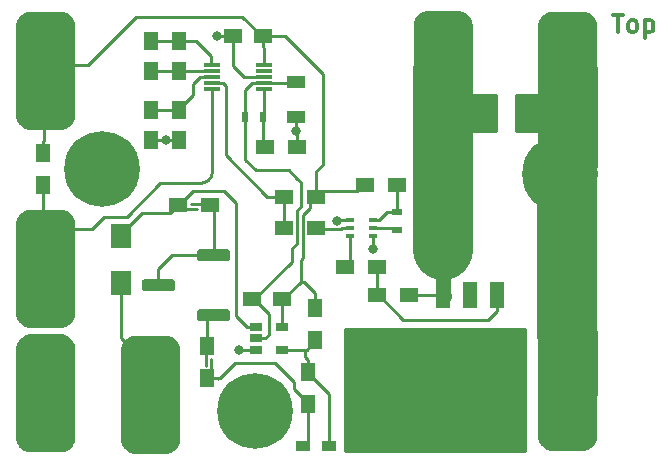
<source format=gtl>
G04 #@! TF.GenerationSoftware,KiCad,Pcbnew,(5.1.4)-1*
G04 #@! TF.CreationDate,2019-11-14T19:44:45-06:00*
G04 #@! TF.ProjectId,Cree_GaN_Driver,43726565-5f47-4614-9e5f-447269766572,rev?*
G04 #@! TF.SameCoordinates,Original*
G04 #@! TF.FileFunction,Copper,L1,Top*
G04 #@! TF.FilePolarity,Positive*
%FSLAX46Y46*%
G04 Gerber Fmt 4.6, Leading zero omitted, Abs format (unit mm)*
G04 Created by KiCad (PCBNEW (5.1.4)-1) date 2019-11-14 19:44:45*
%MOMM*%
%LPD*%
G04 APERTURE LIST*
%ADD10C,0.300000*%
%ADD11R,1.300000X1.500000*%
%ADD12C,6.400000*%
%ADD13C,0.020000*%
%ADD14C,5.000000*%
%ADD15R,1.250000X1.500000*%
%ADD16R,1.500000X1.250000*%
%ADD17R,1.600000X1.000000*%
%ADD18R,0.650000X0.400000*%
%ADD19R,2.750000X3.050000*%
%ADD20R,5.800000X6.400000*%
%ADD21R,1.200000X2.200000*%
%ADD22R,0.500000X0.900000*%
%ADD23R,1.500000X1.300000*%
%ADD24R,0.900000X0.500000*%
%ADD25R,1.700000X2.000000*%
%ADD26C,1.020000*%
%ADD27R,1.200000X0.900000*%
%ADD28R,1.400000X0.300000*%
%ADD29R,1.060000X0.650000*%
%ADD30R,0.900000X2.500000*%
%ADD31C,0.800000*%
%ADD32C,0.250000*%
%ADD33C,5.080000*%
%ADD34C,1.270000*%
%ADD35C,0.254000*%
G04 APERTURE END LIST*
D10*
X158389213Y-142942571D02*
X159246356Y-142942571D01*
X158817785Y-144442571D02*
X158817785Y-142942571D01*
X159960642Y-144442571D02*
X159817785Y-144371142D01*
X159746356Y-144299714D01*
X159674928Y-144156857D01*
X159674928Y-143728285D01*
X159746356Y-143585428D01*
X159817785Y-143514000D01*
X159960642Y-143442571D01*
X160174928Y-143442571D01*
X160317785Y-143514000D01*
X160389213Y-143585428D01*
X160460642Y-143728285D01*
X160460642Y-144156857D01*
X160389213Y-144299714D01*
X160317785Y-144371142D01*
X160174928Y-144442571D01*
X159960642Y-144442571D01*
X161103499Y-143442571D02*
X161103499Y-144942571D01*
X161103499Y-143514000D02*
X161246356Y-143442571D01*
X161532070Y-143442571D01*
X161674928Y-143514000D01*
X161746356Y-143585428D01*
X161817785Y-143728285D01*
X161817785Y-144156857D01*
X161746356Y-144299714D01*
X161674928Y-144371142D01*
X161532070Y-144442571D01*
X161246356Y-144442571D01*
X161103499Y-144371142D01*
D11*
X110159800Y-157386000D03*
X110159800Y-154686000D03*
D12*
X115138200Y-156006800D03*
X128117600Y-176479200D03*
X153949400Y-156438600D03*
D13*
G36*
X111735521Y-142707019D02*
G01*
X111856863Y-142725018D01*
X111975856Y-142754825D01*
X112091354Y-142796151D01*
X112202246Y-142848598D01*
X112307463Y-142911663D01*
X112405992Y-142984737D01*
X112496883Y-143067117D01*
X112579263Y-143158008D01*
X112652337Y-143256537D01*
X112715402Y-143361754D01*
X112767849Y-143472646D01*
X112809175Y-143588144D01*
X112838982Y-143707137D01*
X112856981Y-143828479D01*
X112863000Y-143951000D01*
X112863000Y-151451000D01*
X112856981Y-151573521D01*
X112838982Y-151694863D01*
X112809175Y-151813856D01*
X112767849Y-151929354D01*
X112715402Y-152040246D01*
X112652337Y-152145463D01*
X112579263Y-152243992D01*
X112496883Y-152334883D01*
X112405992Y-152417263D01*
X112307463Y-152490337D01*
X112202246Y-152553402D01*
X112091354Y-152605849D01*
X111975856Y-152647175D01*
X111856863Y-152676982D01*
X111735521Y-152694981D01*
X111613000Y-152701000D01*
X109113000Y-152701000D01*
X108990479Y-152694981D01*
X108869137Y-152676982D01*
X108750144Y-152647175D01*
X108634646Y-152605849D01*
X108523754Y-152553402D01*
X108418537Y-152490337D01*
X108320008Y-152417263D01*
X108229117Y-152334883D01*
X108146737Y-152243992D01*
X108073663Y-152145463D01*
X108010598Y-152040246D01*
X107958151Y-151929354D01*
X107916825Y-151813856D01*
X107887018Y-151694863D01*
X107869019Y-151573521D01*
X107863000Y-151451000D01*
X107863000Y-143951000D01*
X107869019Y-143828479D01*
X107887018Y-143707137D01*
X107916825Y-143588144D01*
X107958151Y-143472646D01*
X108010598Y-143361754D01*
X108073663Y-143256537D01*
X108146737Y-143158008D01*
X108229117Y-143067117D01*
X108320008Y-142984737D01*
X108418537Y-142911663D01*
X108523754Y-142848598D01*
X108634646Y-142796151D01*
X108750144Y-142754825D01*
X108869137Y-142725018D01*
X108990479Y-142707019D01*
X109113000Y-142701000D01*
X111613000Y-142701000D01*
X111735521Y-142707019D01*
X111735521Y-142707019D01*
G37*
D14*
X110363000Y-147701000D03*
D13*
G36*
X111735521Y-159471019D02*
G01*
X111856863Y-159489018D01*
X111975856Y-159518825D01*
X112091354Y-159560151D01*
X112202246Y-159612598D01*
X112307463Y-159675663D01*
X112405992Y-159748737D01*
X112496883Y-159831117D01*
X112579263Y-159922008D01*
X112652337Y-160020537D01*
X112715402Y-160125754D01*
X112767849Y-160236646D01*
X112809175Y-160352144D01*
X112838982Y-160471137D01*
X112856981Y-160592479D01*
X112863000Y-160715000D01*
X112863000Y-168215000D01*
X112856981Y-168337521D01*
X112838982Y-168458863D01*
X112809175Y-168577856D01*
X112767849Y-168693354D01*
X112715402Y-168804246D01*
X112652337Y-168909463D01*
X112579263Y-169007992D01*
X112496883Y-169098883D01*
X112405992Y-169181263D01*
X112307463Y-169254337D01*
X112202246Y-169317402D01*
X112091354Y-169369849D01*
X111975856Y-169411175D01*
X111856863Y-169440982D01*
X111735521Y-169458981D01*
X111613000Y-169465000D01*
X109113000Y-169465000D01*
X108990479Y-169458981D01*
X108869137Y-169440982D01*
X108750144Y-169411175D01*
X108634646Y-169369849D01*
X108523754Y-169317402D01*
X108418537Y-169254337D01*
X108320008Y-169181263D01*
X108229117Y-169098883D01*
X108146737Y-169007992D01*
X108073663Y-168909463D01*
X108010598Y-168804246D01*
X107958151Y-168693354D01*
X107916825Y-168577856D01*
X107887018Y-168458863D01*
X107869019Y-168337521D01*
X107863000Y-168215000D01*
X107863000Y-160715000D01*
X107869019Y-160592479D01*
X107887018Y-160471137D01*
X107916825Y-160352144D01*
X107958151Y-160236646D01*
X108010598Y-160125754D01*
X108073663Y-160020537D01*
X108146737Y-159922008D01*
X108229117Y-159831117D01*
X108320008Y-159748737D01*
X108418537Y-159675663D01*
X108523754Y-159612598D01*
X108634646Y-159560151D01*
X108750144Y-159518825D01*
X108869137Y-159489018D01*
X108990479Y-159471019D01*
X109113000Y-159465000D01*
X111613000Y-159465000D01*
X111735521Y-159471019D01*
X111735521Y-159471019D01*
G37*
D14*
X110363000Y-164465000D03*
D13*
G36*
X120625521Y-170139019D02*
G01*
X120746863Y-170157018D01*
X120865856Y-170186825D01*
X120981354Y-170228151D01*
X121092246Y-170280598D01*
X121197463Y-170343663D01*
X121295992Y-170416737D01*
X121386883Y-170499117D01*
X121469263Y-170590008D01*
X121542337Y-170688537D01*
X121605402Y-170793754D01*
X121657849Y-170904646D01*
X121699175Y-171020144D01*
X121728982Y-171139137D01*
X121746981Y-171260479D01*
X121753000Y-171383000D01*
X121753000Y-178883000D01*
X121746981Y-179005521D01*
X121728982Y-179126863D01*
X121699175Y-179245856D01*
X121657849Y-179361354D01*
X121605402Y-179472246D01*
X121542337Y-179577463D01*
X121469263Y-179675992D01*
X121386883Y-179766883D01*
X121295992Y-179849263D01*
X121197463Y-179922337D01*
X121092246Y-179985402D01*
X120981354Y-180037849D01*
X120865856Y-180079175D01*
X120746863Y-180108982D01*
X120625521Y-180126981D01*
X120503000Y-180133000D01*
X118003000Y-180133000D01*
X117880479Y-180126981D01*
X117759137Y-180108982D01*
X117640144Y-180079175D01*
X117524646Y-180037849D01*
X117413754Y-179985402D01*
X117308537Y-179922337D01*
X117210008Y-179849263D01*
X117119117Y-179766883D01*
X117036737Y-179675992D01*
X116963663Y-179577463D01*
X116900598Y-179472246D01*
X116848151Y-179361354D01*
X116806825Y-179245856D01*
X116777018Y-179126863D01*
X116759019Y-179005521D01*
X116753000Y-178883000D01*
X116753000Y-171383000D01*
X116759019Y-171260479D01*
X116777018Y-171139137D01*
X116806825Y-171020144D01*
X116848151Y-170904646D01*
X116900598Y-170793754D01*
X116963663Y-170688537D01*
X117036737Y-170590008D01*
X117119117Y-170499117D01*
X117210008Y-170416737D01*
X117308537Y-170343663D01*
X117413754Y-170280598D01*
X117524646Y-170228151D01*
X117640144Y-170186825D01*
X117759137Y-170157018D01*
X117880479Y-170139019D01*
X118003000Y-170133000D01*
X120503000Y-170133000D01*
X120625521Y-170139019D01*
X120625521Y-170139019D01*
G37*
D14*
X119253000Y-175133000D03*
D13*
G36*
X111735521Y-170012019D02*
G01*
X111856863Y-170030018D01*
X111975856Y-170059825D01*
X112091354Y-170101151D01*
X112202246Y-170153598D01*
X112307463Y-170216663D01*
X112405992Y-170289737D01*
X112496883Y-170372117D01*
X112579263Y-170463008D01*
X112652337Y-170561537D01*
X112715402Y-170666754D01*
X112767849Y-170777646D01*
X112809175Y-170893144D01*
X112838982Y-171012137D01*
X112856981Y-171133479D01*
X112863000Y-171256000D01*
X112863000Y-178756000D01*
X112856981Y-178878521D01*
X112838982Y-178999863D01*
X112809175Y-179118856D01*
X112767849Y-179234354D01*
X112715402Y-179345246D01*
X112652337Y-179450463D01*
X112579263Y-179548992D01*
X112496883Y-179639883D01*
X112405992Y-179722263D01*
X112307463Y-179795337D01*
X112202246Y-179858402D01*
X112091354Y-179910849D01*
X111975856Y-179952175D01*
X111856863Y-179981982D01*
X111735521Y-179999981D01*
X111613000Y-180006000D01*
X109113000Y-180006000D01*
X108990479Y-179999981D01*
X108869137Y-179981982D01*
X108750144Y-179952175D01*
X108634646Y-179910849D01*
X108523754Y-179858402D01*
X108418537Y-179795337D01*
X108320008Y-179722263D01*
X108229117Y-179639883D01*
X108146737Y-179548992D01*
X108073663Y-179450463D01*
X108010598Y-179345246D01*
X107958151Y-179234354D01*
X107916825Y-179118856D01*
X107887018Y-178999863D01*
X107869019Y-178878521D01*
X107863000Y-178756000D01*
X107863000Y-171256000D01*
X107869019Y-171133479D01*
X107887018Y-171012137D01*
X107916825Y-170893144D01*
X107958151Y-170777646D01*
X108010598Y-170666754D01*
X108073663Y-170561537D01*
X108146737Y-170463008D01*
X108229117Y-170372117D01*
X108320008Y-170289737D01*
X108418537Y-170216663D01*
X108523754Y-170153598D01*
X108634646Y-170101151D01*
X108750144Y-170059825D01*
X108869137Y-170030018D01*
X108990479Y-170012019D01*
X109113000Y-170006000D01*
X111613000Y-170006000D01*
X111735521Y-170012019D01*
X111735521Y-170012019D01*
G37*
D14*
X110363000Y-175006000D03*
D13*
G36*
X145390521Y-142643519D02*
G01*
X145511863Y-142661518D01*
X145630856Y-142691325D01*
X145746354Y-142732651D01*
X145857246Y-142785098D01*
X145962463Y-142848163D01*
X146060992Y-142921237D01*
X146151883Y-143003617D01*
X146234263Y-143094508D01*
X146307337Y-143193037D01*
X146370402Y-143298254D01*
X146422849Y-143409146D01*
X146464175Y-143524644D01*
X146493982Y-143643637D01*
X146511981Y-143764979D01*
X146518000Y-143887500D01*
X146518000Y-151387500D01*
X146511981Y-151510021D01*
X146493982Y-151631363D01*
X146464175Y-151750356D01*
X146422849Y-151865854D01*
X146370402Y-151976746D01*
X146307337Y-152081963D01*
X146234263Y-152180492D01*
X146151883Y-152271383D01*
X146060992Y-152353763D01*
X145962463Y-152426837D01*
X145857246Y-152489902D01*
X145746354Y-152542349D01*
X145630856Y-152583675D01*
X145511863Y-152613482D01*
X145390521Y-152631481D01*
X145268000Y-152637500D01*
X142768000Y-152637500D01*
X142645479Y-152631481D01*
X142524137Y-152613482D01*
X142405144Y-152583675D01*
X142289646Y-152542349D01*
X142178754Y-152489902D01*
X142073537Y-152426837D01*
X141975008Y-152353763D01*
X141884117Y-152271383D01*
X141801737Y-152180492D01*
X141728663Y-152081963D01*
X141665598Y-151976746D01*
X141613151Y-151865854D01*
X141571825Y-151750356D01*
X141542018Y-151631363D01*
X141524019Y-151510021D01*
X141518000Y-151387500D01*
X141518000Y-143887500D01*
X141524019Y-143764979D01*
X141542018Y-143643637D01*
X141571825Y-143524644D01*
X141613151Y-143409146D01*
X141665598Y-143298254D01*
X141728663Y-143193037D01*
X141801737Y-143094508D01*
X141884117Y-143003617D01*
X141975008Y-142921237D01*
X142073537Y-142848163D01*
X142178754Y-142785098D01*
X142289646Y-142732651D01*
X142405144Y-142691325D01*
X142524137Y-142661518D01*
X142645479Y-142643519D01*
X142768000Y-142637500D01*
X145268000Y-142637500D01*
X145390521Y-142643519D01*
X145390521Y-142643519D01*
G37*
D14*
X144018000Y-147637500D03*
D13*
G36*
X141072521Y-169948519D02*
G01*
X141193863Y-169966518D01*
X141312856Y-169996325D01*
X141428354Y-170037651D01*
X141539246Y-170090098D01*
X141644463Y-170153163D01*
X141742992Y-170226237D01*
X141833883Y-170308617D01*
X141916263Y-170399508D01*
X141989337Y-170498037D01*
X142052402Y-170603254D01*
X142104849Y-170714146D01*
X142146175Y-170829644D01*
X142175982Y-170948637D01*
X142193981Y-171069979D01*
X142200000Y-171192500D01*
X142200000Y-178692500D01*
X142193981Y-178815021D01*
X142175982Y-178936363D01*
X142146175Y-179055356D01*
X142104849Y-179170854D01*
X142052402Y-179281746D01*
X141989337Y-179386963D01*
X141916263Y-179485492D01*
X141833883Y-179576383D01*
X141742992Y-179658763D01*
X141644463Y-179731837D01*
X141539246Y-179794902D01*
X141428354Y-179847349D01*
X141312856Y-179888675D01*
X141193863Y-179918482D01*
X141072521Y-179936481D01*
X140950000Y-179942500D01*
X138450000Y-179942500D01*
X138327479Y-179936481D01*
X138206137Y-179918482D01*
X138087144Y-179888675D01*
X137971646Y-179847349D01*
X137860754Y-179794902D01*
X137755537Y-179731837D01*
X137657008Y-179658763D01*
X137566117Y-179576383D01*
X137483737Y-179485492D01*
X137410663Y-179386963D01*
X137347598Y-179281746D01*
X137295151Y-179170854D01*
X137253825Y-179055356D01*
X137224018Y-178936363D01*
X137206019Y-178815021D01*
X137200000Y-178692500D01*
X137200000Y-171192500D01*
X137206019Y-171069979D01*
X137224018Y-170948637D01*
X137253825Y-170829644D01*
X137295151Y-170714146D01*
X137347598Y-170603254D01*
X137410663Y-170498037D01*
X137483737Y-170399508D01*
X137566117Y-170308617D01*
X137657008Y-170226237D01*
X137755537Y-170153163D01*
X137860754Y-170090098D01*
X137971646Y-170037651D01*
X138087144Y-169996325D01*
X138206137Y-169966518D01*
X138327479Y-169948519D01*
X138450000Y-169942500D01*
X140950000Y-169942500D01*
X141072521Y-169948519D01*
X141072521Y-169948519D01*
G37*
D14*
X139700000Y-174942500D03*
D13*
G36*
X155931521Y-142707019D02*
G01*
X156052863Y-142725018D01*
X156171856Y-142754825D01*
X156287354Y-142796151D01*
X156398246Y-142848598D01*
X156503463Y-142911663D01*
X156601992Y-142984737D01*
X156692883Y-143067117D01*
X156775263Y-143158008D01*
X156848337Y-143256537D01*
X156911402Y-143361754D01*
X156963849Y-143472646D01*
X157005175Y-143588144D01*
X157034982Y-143707137D01*
X157052981Y-143828479D01*
X157059000Y-143951000D01*
X157059000Y-151451000D01*
X157052981Y-151573521D01*
X157034982Y-151694863D01*
X157005175Y-151813856D01*
X156963849Y-151929354D01*
X156911402Y-152040246D01*
X156848337Y-152145463D01*
X156775263Y-152243992D01*
X156692883Y-152334883D01*
X156601992Y-152417263D01*
X156503463Y-152490337D01*
X156398246Y-152553402D01*
X156287354Y-152605849D01*
X156171856Y-152647175D01*
X156052863Y-152676982D01*
X155931521Y-152694981D01*
X155809000Y-152701000D01*
X153309000Y-152701000D01*
X153186479Y-152694981D01*
X153065137Y-152676982D01*
X152946144Y-152647175D01*
X152830646Y-152605849D01*
X152719754Y-152553402D01*
X152614537Y-152490337D01*
X152516008Y-152417263D01*
X152425117Y-152334883D01*
X152342737Y-152243992D01*
X152269663Y-152145463D01*
X152206598Y-152040246D01*
X152154151Y-151929354D01*
X152112825Y-151813856D01*
X152083018Y-151694863D01*
X152065019Y-151573521D01*
X152059000Y-151451000D01*
X152059000Y-143951000D01*
X152065019Y-143828479D01*
X152083018Y-143707137D01*
X152112825Y-143588144D01*
X152154151Y-143472646D01*
X152206598Y-143361754D01*
X152269663Y-143256537D01*
X152342737Y-143158008D01*
X152425117Y-143067117D01*
X152516008Y-142984737D01*
X152614537Y-142911663D01*
X152719754Y-142848598D01*
X152830646Y-142796151D01*
X152946144Y-142754825D01*
X153065137Y-142725018D01*
X153186479Y-142707019D01*
X153309000Y-142701000D01*
X155809000Y-142701000D01*
X155931521Y-142707019D01*
X155931521Y-142707019D01*
G37*
D14*
X154559000Y-147701000D03*
D13*
G36*
X155931521Y-169885019D02*
G01*
X156052863Y-169903018D01*
X156171856Y-169932825D01*
X156287354Y-169974151D01*
X156398246Y-170026598D01*
X156503463Y-170089663D01*
X156601992Y-170162737D01*
X156692883Y-170245117D01*
X156775263Y-170336008D01*
X156848337Y-170434537D01*
X156911402Y-170539754D01*
X156963849Y-170650646D01*
X157005175Y-170766144D01*
X157034982Y-170885137D01*
X157052981Y-171006479D01*
X157059000Y-171129000D01*
X157059000Y-178629000D01*
X157052981Y-178751521D01*
X157034982Y-178872863D01*
X157005175Y-178991856D01*
X156963849Y-179107354D01*
X156911402Y-179218246D01*
X156848337Y-179323463D01*
X156775263Y-179421992D01*
X156692883Y-179512883D01*
X156601992Y-179595263D01*
X156503463Y-179668337D01*
X156398246Y-179731402D01*
X156287354Y-179783849D01*
X156171856Y-179825175D01*
X156052863Y-179854982D01*
X155931521Y-179872981D01*
X155809000Y-179879000D01*
X153309000Y-179879000D01*
X153186479Y-179872981D01*
X153065137Y-179854982D01*
X152946144Y-179825175D01*
X152830646Y-179783849D01*
X152719754Y-179731402D01*
X152614537Y-179668337D01*
X152516008Y-179595263D01*
X152425117Y-179512883D01*
X152342737Y-179421992D01*
X152269663Y-179323463D01*
X152206598Y-179218246D01*
X152154151Y-179107354D01*
X152112825Y-178991856D01*
X152083018Y-178872863D01*
X152065019Y-178751521D01*
X152059000Y-178629000D01*
X152059000Y-171129000D01*
X152065019Y-171006479D01*
X152083018Y-170885137D01*
X152112825Y-170766144D01*
X152154151Y-170650646D01*
X152206598Y-170539754D01*
X152269663Y-170434537D01*
X152342737Y-170336008D01*
X152425117Y-170245117D01*
X152516008Y-170162737D01*
X152614537Y-170089663D01*
X152719754Y-170026598D01*
X152830646Y-169974151D01*
X152946144Y-169932825D01*
X153065137Y-169903018D01*
X153186479Y-169885019D01*
X153309000Y-169879000D01*
X155809000Y-169879000D01*
X155931521Y-169885019D01*
X155931521Y-169885019D01*
G37*
D14*
X154559000Y-174879000D03*
D15*
X121666000Y-153523000D03*
X121666000Y-151023000D03*
X121666000Y-145201000D03*
X121666000Y-147701000D03*
X119253000Y-151023000D03*
X119253000Y-153523000D03*
X119253000Y-147701000D03*
X119253000Y-145201000D03*
D16*
X128758000Y-144780000D03*
X126258000Y-144780000D03*
D17*
X131572000Y-151638000D03*
X131572000Y-148638000D03*
D16*
X127865500Y-167068500D03*
X130365500Y-167068500D03*
D18*
X138049000Y-160371000D03*
X138049000Y-161671000D03*
X136149000Y-161021000D03*
X138049000Y-161021000D03*
X136149000Y-161671000D03*
X136149000Y-160371000D03*
D19*
X144780000Y-171323000D03*
X147830000Y-174673000D03*
X147830000Y-171323000D03*
X144780000Y-174673000D03*
D20*
X146305000Y-172998000D03*
D21*
X144025000Y-166698000D03*
X146305000Y-166698000D03*
X148585000Y-166698000D03*
D22*
X127254000Y-151638000D03*
X128754000Y-151638000D03*
D23*
X131605000Y-154178000D03*
X128905000Y-154178000D03*
X130556000Y-158369000D03*
X133256000Y-158369000D03*
X133256000Y-161036000D03*
X130556000Y-161036000D03*
X140114000Y-157353000D03*
X137414000Y-157353000D03*
D24*
X140081000Y-159663000D03*
X140081000Y-161163000D03*
D11*
X133159500Y-170514000D03*
X133159500Y-167814000D03*
X132588000Y-173228000D03*
X132588000Y-175928000D03*
D23*
X135730000Y-164338000D03*
X138430000Y-164338000D03*
X141130000Y-166687500D03*
X138430000Y-166687500D03*
D25*
X116738400Y-161671000D03*
X116738400Y-165671000D03*
D13*
G36*
X125756994Y-167893228D02*
G01*
X125781748Y-167896900D01*
X125806023Y-167902980D01*
X125829584Y-167911411D01*
X125852206Y-167922110D01*
X125873670Y-167934975D01*
X125893770Y-167949882D01*
X125912312Y-167966688D01*
X125929118Y-167985230D01*
X125944025Y-168005330D01*
X125956890Y-168026794D01*
X125967589Y-168049416D01*
X125976020Y-168072977D01*
X125982100Y-168097252D01*
X125985772Y-168122006D01*
X125987000Y-168147000D01*
X125987000Y-168657000D01*
X125985772Y-168681994D01*
X125982100Y-168706748D01*
X125976020Y-168731023D01*
X125967589Y-168754584D01*
X125956890Y-168777206D01*
X125944025Y-168798670D01*
X125929118Y-168818770D01*
X125912312Y-168837312D01*
X125893770Y-168854118D01*
X125873670Y-168869025D01*
X125852206Y-168881890D01*
X125829584Y-168892589D01*
X125806023Y-168901020D01*
X125781748Y-168907100D01*
X125756994Y-168910772D01*
X125732000Y-168912000D01*
X123442000Y-168912000D01*
X123417006Y-168910772D01*
X123392252Y-168907100D01*
X123367977Y-168901020D01*
X123344416Y-168892589D01*
X123321794Y-168881890D01*
X123300330Y-168869025D01*
X123280230Y-168854118D01*
X123261688Y-168837312D01*
X123244882Y-168818770D01*
X123229975Y-168798670D01*
X123217110Y-168777206D01*
X123206411Y-168754584D01*
X123197980Y-168731023D01*
X123191900Y-168706748D01*
X123188228Y-168681994D01*
X123187000Y-168657000D01*
X123187000Y-168147000D01*
X123188228Y-168122006D01*
X123191900Y-168097252D01*
X123197980Y-168072977D01*
X123206411Y-168049416D01*
X123217110Y-168026794D01*
X123229975Y-168005330D01*
X123244882Y-167985230D01*
X123261688Y-167966688D01*
X123280230Y-167949882D01*
X123300330Y-167934975D01*
X123321794Y-167922110D01*
X123344416Y-167911411D01*
X123367977Y-167902980D01*
X123392252Y-167896900D01*
X123417006Y-167893228D01*
X123442000Y-167892000D01*
X125732000Y-167892000D01*
X125756994Y-167893228D01*
X125756994Y-167893228D01*
G37*
D26*
X124587000Y-168402000D03*
D13*
G36*
X125756994Y-162813228D02*
G01*
X125781748Y-162816900D01*
X125806023Y-162822980D01*
X125829584Y-162831411D01*
X125852206Y-162842110D01*
X125873670Y-162854975D01*
X125893770Y-162869882D01*
X125912312Y-162886688D01*
X125929118Y-162905230D01*
X125944025Y-162925330D01*
X125956890Y-162946794D01*
X125967589Y-162969416D01*
X125976020Y-162992977D01*
X125982100Y-163017252D01*
X125985772Y-163042006D01*
X125987000Y-163067000D01*
X125987000Y-163577000D01*
X125985772Y-163601994D01*
X125982100Y-163626748D01*
X125976020Y-163651023D01*
X125967589Y-163674584D01*
X125956890Y-163697206D01*
X125944025Y-163718670D01*
X125929118Y-163738770D01*
X125912312Y-163757312D01*
X125893770Y-163774118D01*
X125873670Y-163789025D01*
X125852206Y-163801890D01*
X125829584Y-163812589D01*
X125806023Y-163821020D01*
X125781748Y-163827100D01*
X125756994Y-163830772D01*
X125732000Y-163832000D01*
X123442000Y-163832000D01*
X123417006Y-163830772D01*
X123392252Y-163827100D01*
X123367977Y-163821020D01*
X123344416Y-163812589D01*
X123321794Y-163801890D01*
X123300330Y-163789025D01*
X123280230Y-163774118D01*
X123261688Y-163757312D01*
X123244882Y-163738770D01*
X123229975Y-163718670D01*
X123217110Y-163697206D01*
X123206411Y-163674584D01*
X123197980Y-163651023D01*
X123191900Y-163626748D01*
X123188228Y-163601994D01*
X123187000Y-163577000D01*
X123187000Y-163067000D01*
X123188228Y-163042006D01*
X123191900Y-163017252D01*
X123197980Y-162992977D01*
X123206411Y-162969416D01*
X123217110Y-162946794D01*
X123229975Y-162925330D01*
X123244882Y-162905230D01*
X123261688Y-162886688D01*
X123280230Y-162869882D01*
X123300330Y-162854975D01*
X123321794Y-162842110D01*
X123344416Y-162831411D01*
X123367977Y-162822980D01*
X123392252Y-162816900D01*
X123417006Y-162813228D01*
X123442000Y-162812000D01*
X125732000Y-162812000D01*
X125756994Y-162813228D01*
X125756994Y-162813228D01*
G37*
D26*
X124587000Y-163322000D03*
D13*
G36*
X121066994Y-165353228D02*
G01*
X121091748Y-165356900D01*
X121116023Y-165362980D01*
X121139584Y-165371411D01*
X121162206Y-165382110D01*
X121183670Y-165394975D01*
X121203770Y-165409882D01*
X121222312Y-165426688D01*
X121239118Y-165445230D01*
X121254025Y-165465330D01*
X121266890Y-165486794D01*
X121277589Y-165509416D01*
X121286020Y-165532977D01*
X121292100Y-165557252D01*
X121295772Y-165582006D01*
X121297000Y-165607000D01*
X121297000Y-166117000D01*
X121295772Y-166141994D01*
X121292100Y-166166748D01*
X121286020Y-166191023D01*
X121277589Y-166214584D01*
X121266890Y-166237206D01*
X121254025Y-166258670D01*
X121239118Y-166278770D01*
X121222312Y-166297312D01*
X121203770Y-166314118D01*
X121183670Y-166329025D01*
X121162206Y-166341890D01*
X121139584Y-166352589D01*
X121116023Y-166361020D01*
X121091748Y-166367100D01*
X121066994Y-166370772D01*
X121042000Y-166372000D01*
X118752000Y-166372000D01*
X118727006Y-166370772D01*
X118702252Y-166367100D01*
X118677977Y-166361020D01*
X118654416Y-166352589D01*
X118631794Y-166341890D01*
X118610330Y-166329025D01*
X118590230Y-166314118D01*
X118571688Y-166297312D01*
X118554882Y-166278770D01*
X118539975Y-166258670D01*
X118527110Y-166237206D01*
X118516411Y-166214584D01*
X118507980Y-166191023D01*
X118501900Y-166166748D01*
X118498228Y-166141994D01*
X118497000Y-166117000D01*
X118497000Y-165607000D01*
X118498228Y-165582006D01*
X118501900Y-165557252D01*
X118507980Y-165532977D01*
X118516411Y-165509416D01*
X118527110Y-165486794D01*
X118539975Y-165465330D01*
X118554882Y-165445230D01*
X118571688Y-165426688D01*
X118590230Y-165409882D01*
X118610330Y-165394975D01*
X118631794Y-165382110D01*
X118654416Y-165371411D01*
X118677977Y-165362980D01*
X118702252Y-165356900D01*
X118727006Y-165353228D01*
X118752000Y-165352000D01*
X121042000Y-165352000D01*
X121066994Y-165353228D01*
X121066994Y-165353228D01*
G37*
D26*
X119897000Y-165862000D03*
D27*
X132166000Y-179451000D03*
X134366000Y-179451000D03*
D28*
X128819000Y-147209000D03*
X128819000Y-147709000D03*
X128819000Y-148209000D03*
X128819000Y-148709000D03*
X128819000Y-149209000D03*
X124419000Y-149209000D03*
X124419000Y-148709000D03*
X124419000Y-148209000D03*
X124419000Y-147709000D03*
X124419000Y-147209000D03*
D29*
X130386000Y-169420500D03*
X130386000Y-171320500D03*
X128186000Y-171320500D03*
X128186000Y-170370500D03*
X128186000Y-169420500D03*
D30*
X150738500Y-151320500D03*
X147838500Y-151320500D03*
D11*
X124053600Y-173736000D03*
X124053600Y-171036000D03*
D23*
X124286000Y-159080200D03*
X121586000Y-159080200D03*
D31*
X108966000Y-179070000D03*
X111760000Y-178816000D03*
X108585000Y-176657000D03*
X111252000Y-175260000D03*
X108839000Y-173736000D03*
X111633000Y-172593000D03*
X108585000Y-171069000D03*
X153289000Y-179197000D03*
X156337000Y-178435000D03*
X152908000Y-176530000D03*
X156337000Y-175133000D03*
X153162000Y-173609000D03*
X156083000Y-172339000D03*
X153162000Y-170815000D03*
X155829000Y-151892000D03*
X152908000Y-150876000D03*
X155956000Y-149606000D03*
X153035000Y-148336000D03*
X155829000Y-146939000D03*
X152908000Y-145796000D03*
X156083000Y-144526000D03*
X152908000Y-143637000D03*
X124841000Y-144780000D03*
X131572000Y-152781000D03*
X135001000Y-160401000D03*
X138049000Y-162814000D03*
X120523000Y-153543000D03*
X126746000Y-171323000D03*
D32*
X127631802Y-148209000D02*
X127631294Y-148209508D01*
X127635000Y-148209000D02*
X127631802Y-148209000D01*
X128819000Y-148209000D02*
X127631294Y-148209508D01*
X126258000Y-144780000D02*
X124841000Y-144780000D01*
X131572000Y-151638000D02*
X131572000Y-152781000D01*
X131605000Y-152814000D02*
X131572000Y-152781000D01*
X131605000Y-154178000D02*
X131605000Y-152814000D01*
X136149000Y-160371000D02*
X135031000Y-160371000D01*
X135031000Y-160371000D02*
X135001000Y-160401000D01*
X138049000Y-161671000D02*
X138049000Y-162814000D01*
X128186000Y-176446000D02*
X128397000Y-176657000D01*
X128397000Y-176657000D02*
X128397000Y-176784000D01*
X120128000Y-153523000D02*
X120148000Y-153543000D01*
X119253000Y-153523000D02*
X120128000Y-153523000D01*
X120148000Y-153543000D02*
X120523000Y-153543000D01*
X120543000Y-153523000D02*
X120523000Y-153543000D01*
X121666000Y-153523000D02*
X120543000Y-153523000D01*
X128186000Y-171320500D02*
X126748500Y-171320500D01*
X126748500Y-171320500D02*
X126746000Y-171323000D01*
X127631294Y-148209508D02*
X127127000Y-148209508D01*
X127127000Y-148209508D02*
X127127000Y-148209000D01*
X127127000Y-148209000D02*
X126238000Y-147320000D01*
X126238000Y-147320000D02*
X126238000Y-144780000D01*
X126238000Y-144780000D02*
X126111000Y-144653000D01*
D33*
X154559000Y-147701000D02*
X154559000Y-155638500D01*
X154559000Y-155638500D02*
X154178000Y-156019500D01*
X154178000Y-156019500D02*
X154114500Y-156019500D01*
X154559000Y-174879000D02*
X154559000Y-170116500D01*
X154559000Y-170116500D02*
X154495500Y-170053000D01*
X154495500Y-170053000D02*
X154495500Y-156527500D01*
X154495500Y-156527500D02*
X154114500Y-156146500D01*
D32*
X152463500Y-151320500D02*
X152908000Y-150876000D01*
X150738500Y-151320500D02*
X152463500Y-151320500D01*
X123469000Y-148209000D02*
X123405500Y-148272500D01*
X124419000Y-148209000D02*
X123469000Y-148209000D01*
X123405500Y-148272500D02*
X122872500Y-148805500D01*
X122872500Y-148805500D02*
X122872500Y-149733000D01*
X122872500Y-149733000D02*
X121729500Y-150876000D01*
X121729500Y-150876000D02*
X121729500Y-151066500D01*
X120791000Y-151023000D02*
X120771000Y-151003000D01*
X121666000Y-151023000D02*
X120791000Y-151023000D01*
X120771000Y-151003000D02*
X119189500Y-151003000D01*
X122541000Y-145201000D02*
X122564500Y-145224500D01*
X121666000Y-145201000D02*
X122541000Y-145201000D01*
X122564500Y-145224500D02*
X123126500Y-145224500D01*
X123126500Y-145224500D02*
X124396500Y-146494500D01*
X124396500Y-146494500D02*
X124396500Y-147129500D01*
X124396500Y-147129500D02*
X124396500Y-147193000D01*
X120791000Y-145201000D02*
X120767500Y-145224500D01*
X121666000Y-145201000D02*
X120791000Y-145201000D01*
X120767500Y-145224500D02*
X119189500Y-145224500D01*
X124419000Y-147709000D02*
X121737500Y-147709000D01*
X121737500Y-147709000D02*
X121729500Y-147701000D01*
X121729500Y-147701000D02*
X121666000Y-147701000D01*
X119253000Y-147701000D02*
X120128000Y-147701000D01*
X120128000Y-147701000D02*
X121729500Y-147701000D01*
X130386000Y-169420500D02*
X130386000Y-167048000D01*
X130386000Y-167048000D02*
X130343000Y-167005000D01*
X130365500Y-167068500D02*
X130492500Y-167068500D01*
X130492500Y-167068500D02*
X131953000Y-165608000D01*
X131953000Y-165608000D02*
X132270500Y-165608000D01*
X132270500Y-165608000D02*
X133159500Y-166497000D01*
X133159500Y-166497000D02*
X133159500Y-167767000D01*
X133096000Y-158369000D02*
X133223000Y-158369000D01*
X137414000Y-157353000D02*
X137287000Y-157353000D01*
X137287000Y-157353000D02*
X136715500Y-157924500D01*
X136715500Y-157924500D02*
X133731000Y-157924500D01*
X133731000Y-157924500D02*
X133223000Y-158432500D01*
X128758000Y-145655000D02*
X128841500Y-145738500D01*
X128758000Y-144780000D02*
X128758000Y-145655000D01*
X128841500Y-145738500D02*
X128841500Y-147193000D01*
X128841500Y-147193000D02*
X128841500Y-147233999D01*
X133256000Y-158369000D02*
X133256000Y-156240500D01*
X133256000Y-156240500D02*
X133858000Y-155638500D01*
X133858000Y-155638500D02*
X133858000Y-148018500D01*
X133858000Y-148018500D02*
X130619500Y-144780000D01*
X130619500Y-144780000D02*
X128778000Y-144780000D01*
X128758000Y-144780000D02*
X128651000Y-144780000D01*
X128651000Y-144780000D02*
X127000000Y-143129000D01*
X127000000Y-143129000D02*
X118046500Y-143129000D01*
X118046500Y-143129000D02*
X113982500Y-147193000D01*
X113982500Y-147193000D02*
X110744000Y-147193000D01*
X110744000Y-147193000D02*
X110363000Y-147574000D01*
X132143500Y-163576000D02*
X131953000Y-163766500D01*
X131953000Y-165608000D02*
X131953000Y-163766500D01*
X132143500Y-159994600D02*
X132143500Y-159956500D01*
X132143500Y-159994600D02*
X132143500Y-163576000D01*
X132143500Y-159956500D02*
X132765800Y-159334200D01*
X132765800Y-159334200D02*
X132765800Y-158711900D01*
X132765800Y-158711900D02*
X133083300Y-158394400D01*
X133083300Y-158394400D02*
X133083300Y-158381700D01*
X128966000Y-170370500D02*
X128186000Y-170370500D01*
X127990500Y-167068500D02*
X129006500Y-168084500D01*
X127865500Y-167068500D02*
X127990500Y-167068500D01*
X129006500Y-168084500D02*
X129032000Y-168084500D01*
X129032000Y-168084500D02*
X129286000Y-168338500D01*
X129286000Y-168338500D02*
X129286000Y-170050500D01*
X129286000Y-170050500D02*
X128966000Y-170370500D01*
X128819000Y-148709000D02*
X131500500Y-148709000D01*
X131500500Y-148709000D02*
X131508500Y-148717000D01*
X131508500Y-148717000D02*
X131572000Y-148717000D01*
X127254000Y-149324000D02*
X127254000Y-150938000D01*
X128819000Y-148709000D02*
X127869000Y-148709000D01*
X127869000Y-148709000D02*
X127254000Y-149324000D01*
X127254000Y-150938000D02*
X127254000Y-151638000D01*
X127254000Y-166560500D02*
X127762000Y-167068500D01*
X127762000Y-167068500D02*
X127825500Y-167068500D01*
X128016000Y-167068500D02*
X131191000Y-163893500D01*
X127865500Y-167068500D02*
X128016000Y-167068500D01*
X131686300Y-162280600D02*
X131191000Y-162775900D01*
X131686300Y-159524700D02*
X131686300Y-162280600D01*
X131965700Y-159245300D02*
X131686300Y-159524700D01*
X131965700Y-157162500D02*
X131965700Y-159245300D01*
X131643701Y-156840501D02*
X131965700Y-157162500D01*
X131191000Y-163893500D02*
X131191000Y-162775900D01*
X127254000Y-151638000D02*
X127254000Y-155257500D01*
X131631001Y-156840501D02*
X131643701Y-156840501D01*
X127254000Y-155257500D02*
X128143000Y-156146500D01*
X128143000Y-156146500D02*
X130937000Y-156146500D01*
X130937000Y-156146500D02*
X131631001Y-156840501D01*
X111379000Y-163322000D02*
X110236000Y-164465000D01*
X111379000Y-160972500D02*
X111379000Y-163322000D01*
X110159800Y-153686000D02*
X110185200Y-153660600D01*
X110159800Y-154686000D02*
X110159800Y-153686000D01*
X110185200Y-153660600D02*
X110185200Y-147726400D01*
X110185200Y-147726400D02*
X110286800Y-147828000D01*
X120904000Y-157226000D02*
X120548400Y-157226000D01*
X123419000Y-157226000D02*
X120548400Y-157226000D01*
X123419000Y-157226000D02*
X123801683Y-157149879D01*
X123801683Y-157149879D02*
X124126106Y-156933106D01*
X124126106Y-156933106D02*
X124342879Y-156608683D01*
X124342879Y-156608683D02*
X124419000Y-156226000D01*
X124419000Y-156226000D02*
X124419000Y-149209000D01*
X110159800Y-157386000D02*
X110159800Y-158386000D01*
X110159800Y-158386000D02*
X110159800Y-159816800D01*
X110159800Y-159816800D02*
X111328200Y-160985200D01*
X120548400Y-157226000D02*
X120065800Y-157226000D01*
X120065800Y-157226000D02*
X117246400Y-160045400D01*
X117246400Y-160045400D02*
X115341400Y-160045400D01*
X115341400Y-160045400D02*
X114274600Y-161112200D01*
X114274600Y-161112200D02*
X111556800Y-161112200D01*
X111556800Y-161112200D02*
X111379000Y-160934400D01*
X138624000Y-160371000D02*
X139292500Y-159702500D01*
X138049000Y-160371000D02*
X138624000Y-160371000D01*
X139292500Y-159702500D02*
X140081000Y-159702500D01*
X140114000Y-158253000D02*
X140081000Y-158286000D01*
X140114000Y-157353000D02*
X140114000Y-158253000D01*
X140081000Y-158286000D02*
X140081000Y-159639000D01*
X140081000Y-159639000D02*
X140081000Y-159702500D01*
X135349001Y-161126001D02*
X133757501Y-161126001D01*
X136149000Y-161021000D02*
X135454002Y-161021000D01*
X135454002Y-161021000D02*
X135349001Y-161126001D01*
X133757501Y-161126001D02*
X133667500Y-161036000D01*
X133667500Y-161036000D02*
X133286500Y-161036000D01*
X133286500Y-161036000D02*
X133350000Y-161036000D01*
X138049000Y-161021000D02*
X139939000Y-161021000D01*
X139939000Y-161021000D02*
X140081000Y-161163000D01*
X136149000Y-161671000D02*
X136149000Y-162121000D01*
X136149000Y-162121000D02*
X136149000Y-163952000D01*
X136149000Y-163952000D02*
X135763000Y-164338000D01*
X148585000Y-168048000D02*
X148585000Y-166698000D01*
X147850000Y-168783000D02*
X148585000Y-168048000D01*
X140652500Y-168783000D02*
X147850000Y-168783000D01*
X138430000Y-166687500D02*
X138557000Y-166687500D01*
X138557000Y-166687500D02*
X140652500Y-168783000D01*
X138430000Y-164338000D02*
X138430000Y-166687500D01*
X138430000Y-166687500D02*
X138430000Y-166560500D01*
X128819000Y-149209000D02*
X128819000Y-151597000D01*
X128819000Y-151597000D02*
X128778000Y-151638000D01*
X128754000Y-152338000D02*
X128778000Y-152362000D01*
X128754000Y-151638000D02*
X128754000Y-152338000D01*
X128778000Y-152362000D02*
X128778000Y-154051000D01*
X128778000Y-154051000D02*
X128778000Y-154241500D01*
X130556000Y-161036000D02*
X130556000Y-160136000D01*
X130556000Y-160136000D02*
X130556000Y-158369000D01*
X130556000Y-158369000D02*
X130619500Y-158432500D01*
X125369000Y-148709000D02*
X125631000Y-148971000D01*
X124419000Y-148709000D02*
X125369000Y-148709000D01*
X129123500Y-158369000D02*
X125631000Y-154876500D01*
X130556000Y-158369000D02*
X129123500Y-158369000D01*
X125631000Y-148971000D02*
X125631000Y-154876500D01*
X134366000Y-179451000D02*
X134366000Y-175133000D01*
X134366000Y-175106000D02*
X132588000Y-173328000D01*
X134366000Y-175133000D02*
X134366000Y-175106000D01*
X132588000Y-173328000D02*
X132588000Y-173228000D01*
X132463500Y-171320500D02*
X133096000Y-170688000D01*
X133096000Y-170688000D02*
X133223000Y-170561000D01*
X132588000Y-172228000D02*
X132334000Y-171974000D01*
X132588000Y-173228000D02*
X132588000Y-172228000D01*
X132334000Y-171974000D02*
X132334000Y-171320500D01*
X130386000Y-171320500D02*
X132334000Y-171320500D01*
X132334000Y-171320500D02*
X132463500Y-171320500D01*
D33*
X144018000Y-147637500D02*
X144018000Y-151955500D01*
X144018000Y-151955500D02*
X144018000Y-160718500D01*
D34*
X144051000Y-166781500D02*
X144020500Y-166751000D01*
X144020500Y-166751000D02*
X144020500Y-166690000D01*
D32*
X147838500Y-151320500D02*
X144653000Y-151320500D01*
X144653000Y-151320500D02*
X144018000Y-151955500D01*
X144018000Y-151955500D02*
X144208500Y-151955500D01*
D33*
X144018000Y-162857999D02*
X144018000Y-160718500D01*
D34*
X144025000Y-162864999D02*
X144018000Y-162857999D01*
X144025000Y-166698000D02*
X144025000Y-162864999D01*
D32*
X141130000Y-166687500D02*
X144081500Y-166687500D01*
X144081500Y-166687500D02*
X144081500Y-166751000D01*
X119253000Y-172974000D02*
X117348000Y-171069000D01*
X119253000Y-175133000D02*
X119253000Y-172974000D01*
X117348000Y-171069000D02*
X117348000Y-170942000D01*
X117348000Y-170942000D02*
X116713000Y-170307000D01*
X116738400Y-170281600D02*
X116713000Y-170307000D01*
X116738400Y-165671000D02*
X116738400Y-170281600D01*
X132588000Y-175928000D02*
X132588000Y-179070000D01*
X132588000Y-179070000D02*
X132207000Y-179451000D01*
X124953600Y-173736000D02*
X124979000Y-173761400D01*
X124053600Y-173736000D02*
X124953600Y-173736000D01*
X124053600Y-173736000D02*
X124053600Y-173482000D01*
X124053600Y-173482000D02*
X124383800Y-173151800D01*
X124383800Y-173151800D02*
X124383800Y-172111001D01*
X124953600Y-173736000D02*
X125095000Y-173736000D01*
X125095000Y-173736000D02*
X126390400Y-172440600D01*
X126390400Y-172440600D02*
X129819400Y-172440600D01*
X129819400Y-172440600D02*
X131419600Y-174040800D01*
X131419600Y-174040800D02*
X131419600Y-174675800D01*
X131419600Y-174675800D02*
X132562600Y-175818800D01*
X132562600Y-175818800D02*
X132562600Y-175945800D01*
X124053600Y-171036000D02*
X124053600Y-168706800D01*
X124053600Y-168706800D02*
X124333000Y-168427400D01*
X124053600Y-171036000D02*
X124053600Y-171551600D01*
X123933790Y-171671410D02*
X123933790Y-171924601D01*
X124053600Y-171551600D02*
X123933790Y-171671410D01*
X123933790Y-171924601D02*
X123933790Y-172660999D01*
X119888000Y-164465000D02*
X119888000Y-165862000D01*
X121031000Y-163322000D02*
X119888000Y-164465000D01*
X124587000Y-163322000D02*
X121031000Y-163322000D01*
X124587000Y-163322000D02*
X125349000Y-163322000D01*
X124587000Y-163322000D02*
X124587000Y-162712000D01*
X124587000Y-162712000D02*
X124587000Y-159410400D01*
X124587000Y-159410400D02*
X124256800Y-159080200D01*
X124286000Y-159080200D02*
X123825000Y-159080200D01*
X123705190Y-158960390D02*
X123397399Y-158960390D01*
X123825000Y-159080200D02*
X123705190Y-158960390D01*
X123397399Y-158960390D02*
X122661001Y-158960390D01*
X127406000Y-169420500D02*
X126492000Y-168506500D01*
X128186000Y-169420500D02*
X127406000Y-169420500D01*
X126492000Y-168506500D02*
X126492000Y-166751000D01*
X116738400Y-161671000D02*
X116738400Y-161493200D01*
X116738400Y-161493200D02*
X118491000Y-159740600D01*
X118491000Y-159740600D02*
X120878600Y-159740600D01*
X120878600Y-159740600D02*
X121539000Y-159080200D01*
X121539000Y-159080200D02*
X121589800Y-159080200D01*
X121589800Y-159080200D02*
X121589800Y-159054800D01*
X121589800Y-159054800D02*
X121615200Y-159080200D01*
X121586000Y-159080200D02*
X121666000Y-159080200D01*
X121666000Y-159080200D02*
X122834400Y-157911800D01*
X122834400Y-157911800D02*
X125501400Y-157911800D01*
X126492000Y-158902400D02*
X126492000Y-166751000D01*
X125501400Y-157911800D02*
X126492000Y-158902400D01*
X121666000Y-159080200D02*
X121996200Y-159410400D01*
X121996200Y-159410400D02*
X123210999Y-159410400D01*
D35*
G36*
X150939500Y-179884000D02*
G01*
X135699500Y-179884000D01*
X135699500Y-169608500D01*
X150939500Y-169608500D01*
X150939500Y-179884000D01*
X150939500Y-179884000D01*
G37*
X150939500Y-179884000D02*
X135699500Y-179884000D01*
X135699500Y-169608500D01*
X150939500Y-169608500D01*
X150939500Y-179884000D01*
G36*
X148463000Y-152844500D02*
G01*
X146367500Y-152844500D01*
X146367500Y-149733000D01*
X148463000Y-149733000D01*
X148463000Y-152844500D01*
X148463000Y-152844500D01*
G37*
X148463000Y-152844500D02*
X146367500Y-152844500D01*
X146367500Y-149733000D01*
X148463000Y-149733000D01*
X148463000Y-152844500D01*
G36*
X152141117Y-152844500D02*
G01*
X150177500Y-152844500D01*
X150177500Y-149733000D01*
X152023702Y-149733000D01*
X152141117Y-152844500D01*
X152141117Y-152844500D01*
G37*
X152141117Y-152844500D02*
X150177500Y-152844500D01*
X150177500Y-149733000D01*
X152023702Y-149733000D01*
X152141117Y-152844500D01*
M02*

</source>
